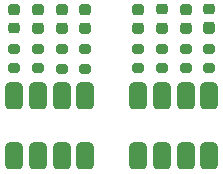
<source format=gbr>
%TF.GenerationSoftware,KiCad,Pcbnew,6.99.0-unknown-e9f8454a67~154~ubuntu22.04.1*%
%TF.CreationDate,2022-11-04T13:42:14+03:00*%
%TF.ProjectId,siglent-la,7369676c-656e-4742-9d6c-612e6b696361,rev?*%
%TF.SameCoordinates,Original*%
%TF.FileFunction,Paste,Top*%
%TF.FilePolarity,Positive*%
%FSLAX46Y46*%
G04 Gerber Fmt 4.6, Leading zero omitted, Abs format (unit mm)*
G04 Created by KiCad (PCBNEW 6.99.0-unknown-e9f8454a67~154~ubuntu22.04.1) date 2022-11-04 13:42:14*
%MOMM*%
%LPD*%
G01*
G04 APERTURE LIST*
G04 Aperture macros list*
%AMRoundRect*
0 Rectangle with rounded corners*
0 $1 Rounding radius*
0 $2 $3 $4 $5 $6 $7 $8 $9 X,Y pos of 4 corners*
0 Add a 4 corners polygon primitive as box body*
4,1,4,$2,$3,$4,$5,$6,$7,$8,$9,$2,$3,0*
0 Add four circle primitives for the rounded corners*
1,1,$1+$1,$2,$3*
1,1,$1+$1,$4,$5*
1,1,$1+$1,$6,$7*
1,1,$1+$1,$8,$9*
0 Add four rect primitives between the rounded corners*
20,1,$1+$1,$2,$3,$4,$5,0*
20,1,$1+$1,$4,$5,$6,$7,0*
20,1,$1+$1,$6,$7,$8,$9,0*
20,1,$1+$1,$8,$9,$2,$3,0*%
G04 Aperture macros list end*
%ADD10RoundRect,0.381000X-0.381000X0.762000X-0.381000X-0.762000X0.381000X-0.762000X0.381000X0.762000X0*%
%ADD11RoundRect,0.200000X0.275000X-0.200000X0.275000X0.200000X-0.275000X0.200000X-0.275000X-0.200000X0*%
%ADD12RoundRect,0.225000X0.250000X-0.225000X0.250000X0.225000X-0.250000X0.225000X-0.250000X-0.225000X0*%
G04 APERTURE END LIST*
D10*
%TO.C,U16*%
X119000000Y-82000000D03*
X119000000Y-87080000D03*
%TD*%
%TO.C,U15*%
X117000000Y-82000000D03*
X117000000Y-87080000D03*
%TD*%
%TO.C,U14*%
X115000000Y-82000000D03*
X115000000Y-87080000D03*
%TD*%
%TO.C,U13*%
X113000000Y-82000000D03*
X113000000Y-87080000D03*
%TD*%
%TO.C,U12*%
X108500000Y-87080000D03*
X108500000Y-82000000D03*
%TD*%
%TO.C,U11*%
X106500000Y-87080000D03*
X106500000Y-82000000D03*
%TD*%
%TO.C,U10*%
X104500000Y-87120000D03*
X104500000Y-82040000D03*
%TD*%
%TO.C,U9*%
X102500000Y-87120000D03*
X102500000Y-82040000D03*
%TD*%
D11*
%TO.C,R32*%
X119000000Y-74675000D03*
X119000000Y-76325000D03*
%TD*%
%TO.C,R31*%
X119000000Y-79650000D03*
X119000000Y-78000000D03*
%TD*%
%TO.C,R30*%
X117000000Y-76325000D03*
X117000000Y-74675000D03*
%TD*%
%TO.C,R29*%
X117000000Y-79650000D03*
X117000000Y-78000000D03*
%TD*%
%TO.C,R28*%
X115000000Y-76325000D03*
X115000000Y-74675000D03*
%TD*%
%TO.C,R27*%
X115000000Y-79650000D03*
X115000000Y-78000000D03*
%TD*%
%TO.C,R26*%
X113000000Y-74675000D03*
X113000000Y-76325000D03*
%TD*%
%TO.C,R25*%
X113000000Y-79650000D03*
X113000000Y-78000000D03*
%TD*%
%TO.C,R24*%
X108500000Y-74675000D03*
X108500000Y-76325000D03*
%TD*%
%TO.C,R23*%
X108500000Y-78040000D03*
X108500000Y-79690000D03*
%TD*%
%TO.C,R22*%
X106500000Y-74675000D03*
X106500000Y-76325000D03*
%TD*%
%TO.C,R21*%
X106500000Y-78040000D03*
X106500000Y-79690000D03*
%TD*%
%TO.C,R20*%
X104500000Y-74675000D03*
X104500000Y-76325000D03*
%TD*%
%TO.C,R19*%
X104500000Y-78000000D03*
X104500000Y-79650000D03*
%TD*%
%TO.C,R18*%
X102500000Y-74625000D03*
X102500000Y-76275000D03*
%TD*%
%TO.C,R17*%
X102500000Y-78000000D03*
X102500000Y-79650000D03*
%TD*%
D12*
%TO.C,C16*%
X119000000Y-74650000D03*
X119000000Y-76200000D03*
%TD*%
%TO.C,C15*%
X117000000Y-76275000D03*
X117000000Y-74725000D03*
%TD*%
%TO.C,C14*%
X115000000Y-74675000D03*
X115000000Y-76225000D03*
%TD*%
%TO.C,C13*%
X113000000Y-74725000D03*
X113000000Y-76275000D03*
%TD*%
%TO.C,C12*%
X108500000Y-74725000D03*
X108500000Y-76275000D03*
%TD*%
%TO.C,C11*%
X106500000Y-74725000D03*
X106500000Y-76275000D03*
%TD*%
%TO.C,C10*%
X104500000Y-74725000D03*
X104500000Y-76275000D03*
%TD*%
%TO.C,C9*%
X102500000Y-74725000D03*
X102500000Y-76275000D03*
%TD*%
M02*

</source>
